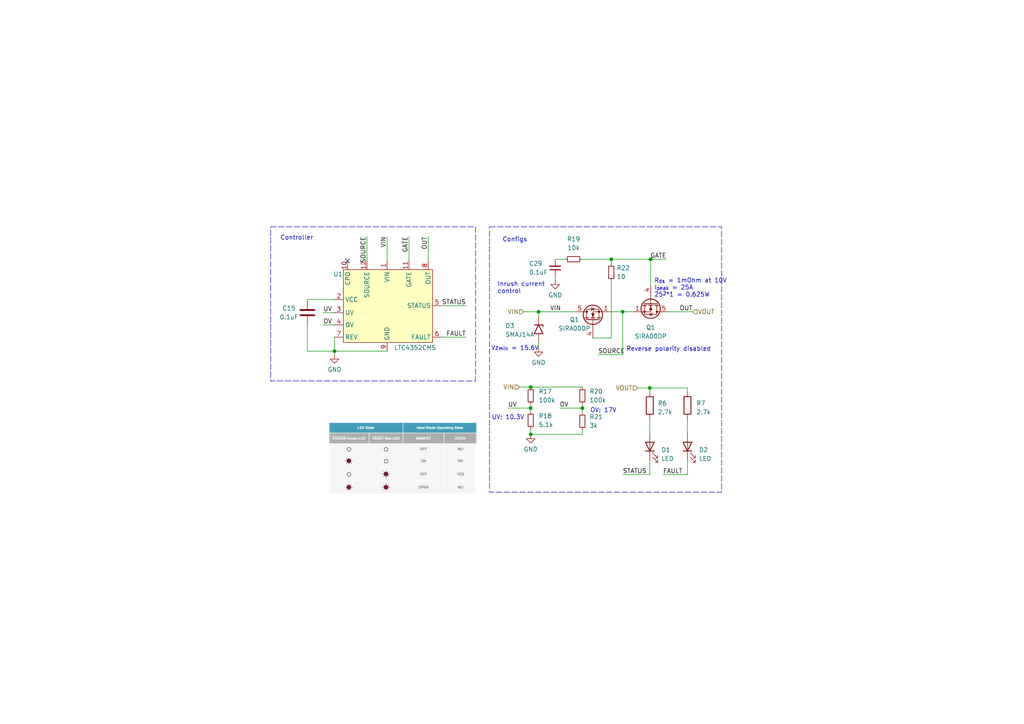
<source format=kicad_sch>
(kicad_sch (version 20230819) (generator eeschema)
  (paper "A4")
  (title_block (title "Power Board") (date "2023-11-27") (rev "V2.0") (company "MUREX Robotics [Max Liu]") (comment 1 "// INNOVATION IS OUR OBSESSION.") (comment 2 "// THINK DIFFERENT, THINK MUREX.") (comment 3 "module designed for ROV applications and other 12V/5V/3.3V DC systems.") (comment 4 "The MUREX Power Board is the world's smallest open-source dual output, high power"))
  (lib_symbols
    (symbol "Device:C" (pin_numbers hide) (pin_names (offset 0.254))
      (property "Reference" "C" (at 0.635 2.54 0))
      (property "Value" "C" (at 0.635 -2.54 0))
      (symbol "C_0_1"
        (polyline (pts (xy -2.032 -0.762) (xy 2.032 -0.762)) (stroke (width 0.508)))
        (polyline (pts (xy -2.032 0.762) (xy 2.032 0.762)) (stroke (width 0.508)))
      )
      (symbol "C_1_1"
        (pin passive line (at 0 3.81 270) (length 2.794) (name "~") (number "1"))
        (pin passive line (at 0 -3.81 90) (length 2.794) (name "~") (number "2"))
      )
    )
    (symbol "Device:C_Small" (pin_numbers hide) (pin_names (offset 0.254) hide)
      (property "Reference" "C" (at 0.254 1.778 0))
      (property "Value" "C_Small" (at 0.254 -2.032 0))
      (symbol "C_Small_0_1"
        (polyline (pts (xy -1.524 -0.508) (xy 1.524 -0.508)) (stroke (width 0.3302)))
        (polyline (pts (xy -1.524 0.508) (xy 1.524 0.508)) (stroke (width 0.3048)))
      )
      (symbol "C_Small_1_1"
        (pin passive line (at 0 2.54 270) (length 2.032) (name "~") (number "1"))
        (pin passive line (at 0 -2.54 90) (length 2.032) (name "~") (number "2"))
      )
    )
    (symbol "Device:LED" (pin_numbers hide) (pin_names (offset 1.016) hide)
      (property "Reference" "D" (at 0 2.54 0))
      (property "Value" "LED" (at 0 -2.54 0))
      (symbol "LED_0_1"
        (polyline (pts (xy -1.27 -1.27) (xy -1.27 1.27)) (stroke (width 0.254)))
        (polyline (pts (xy -1.27 0) (xy 1.27 0)))
        (polyline (pts (xy 1.27 -1.27) (xy 1.27 1.27) (xy -1.27 0) (xy 1.27 -1.27)) (stroke (width 0.254)))
        (polyline (pts (xy -3.048 -0.762) (xy -4.572 -2.286) (xy -3.81 -2.286) (xy -4.572 -2.286) (xy -4.572 -1.524)))
        (polyline (pts (xy -1.778 -0.762) (xy -3.302 -2.286) (xy -2.54 -2.286) (xy -3.302 -2.286) (xy -3.302 -1.524)))
      )
      (symbol "LED_1_1"
        (pin passive line (at -3.81 0 0) (length 2.54) (name "K") (number "1"))
        (pin passive line (at 3.81 0 180) (length 2.54) (name "A") (number "2"))
      )
    )
    (symbol "Device:R" (pin_numbers hide) (pin_names (offset 0))
      (property "Reference" "R" (at 2.032 0 90))
      (property "Value" "R" (at 0 0 90))
      (symbol "R_0_1"
        (rectangle (start -1.016 -2.54) (end 1.016 2.54) (stroke (width 0.254)))
      )
      (symbol "R_1_1"
        (pin passive line (at 0 3.81 270) (length 1.27) (name "~") (number "1"))
        (pin passive line (at 0 -3.81 90) (length 1.27) (name "~") (number "2"))
      )
    )
    (symbol "Device:R_Small" (pin_numbers hide) (pin_names (offset 0.254) hide)
      (property "Reference" "R" (at 0.762 0.508 0))
      (property "Value" "R_Small" (at 0.762 -1.016 0))
      (symbol "R_Small_0_1"
        (rectangle (start -0.762 1.778) (end 0.762 -1.778) (stroke (width 0.2032)))
      )
      (symbol "R_Small_1_1"
        (pin passive line (at 0 2.54 270) (length 0.762) (name "~") (number "1"))
        (pin passive line (at 0 -2.54 90) (length 0.762) (name "~") (number "2"))
      )
    )
    (symbol "Diode:SMAJ17A" (pin_numbers hide) (pin_names (offset 1.016) hide)
      (property "Reference" "D" (at 0 2.54 0))
      (property "Value" "SMAJ17A" (at 0 -2.54 0))
      (symbol "SMAJ17A_0_1"
        (polyline (pts (xy -0.762 1.27) (xy -1.27 1.27) (xy -1.27 -1.27)) (stroke (width 0.254)))
        (polyline (pts (xy 1.27 1.27) (xy 1.27 -1.27) (xy -1.27 0) (xy 1.27 1.27)) (stroke (width 0.254)))
      )
      (symbol "SMAJ17A_1_1"
        (pin passive line (at -3.81 0 0) (length 2.54) (name "A1") (number "1"))
        (pin passive line (at 3.81 0 180) (length 2.54) (name "A2") (number "2"))
      )
    )
    (symbol "Transistor_FET:Si7336ADP" (pin_names hide)
      (property "Reference" "Q" (at 5.08 1.905 0))
      (property "Value" "Si7336ADP" (at 5.08 0 0))
      (symbol "Si7336ADP_0_1"
        (polyline (pts (xy 0.254 0) (xy -2.54 0)))
        (polyline (pts (xy 0.254 1.905) (xy 0.254 -1.905)) (stroke (width 0.254)))
        (polyline (pts (xy 0.762 -1.27) (xy 0.762 -2.286)) (stroke (width 0.254)))
        (polyline (pts (xy 0.762 0.508) (xy 0.762 -0.508)) (stroke (width 0.254)))
        (polyline (pts (xy 0.762 2.286) (xy 0.762 1.27)) (stroke (width 0.254)))
        (polyline (pts (xy 2.54 2.54) (xy 2.54 1.778)))
        (polyline (pts (xy 2.54 -2.54) (xy 2.54 0) (xy 0.762 0)))
        (polyline (pts (xy 0.762 -1.778) (xy 3.302 -1.778) (xy 3.302 1.778) (xy 0.762 1.778)))
        (polyline (pts (xy 1.016 0) (xy 2.032 0.381) (xy 2.032 -0.381) (xy 1.016 0)) (fill (type outline)))
        (polyline (pts (xy 2.794 0.508) (xy 2.921 0.381) (xy 3.683 0.381) (xy 3.81 0.254)))
        (polyline (pts (xy 3.302 0.381) (xy 2.921 -0.254) (xy 3.683 -0.254) (xy 3.302 0.381)))
        (circle (center 1.651 0) (radius 2.794) (stroke (width 0.254)))
        (circle (center 2.54 -1.778) (radius 0.254) (fill (type outline)))
        (circle (center 2.54 1.778) (radius 0.254) (fill (type outline)))
      )
      (symbol "Si7336ADP_1_1"
        (pin passive line (at 2.54 -5.08 90) (length 2.54) (name "S") (number "1"))
        (pin passive line (at 2.54 -5.08 90) (length 2.54) hide (name "S") (number "2"))
        (pin passive line (at 2.54 -5.08 90) (length 2.54) hide (name "S") (number "3"))
        (pin input line (at -5.08 0 0) (length 2.54) (name "G") (number "4"))
        (pin passive line (at 2.54 5.08 270) (length 2.54) (name "D") (number "5"))
      )
    )
    (symbol "ltc4352cms:LTC4352CMS"
      (property "Reference" "U" (at -12.192 -11.938 0))
      (property "Value" "LTC4352CMS" (at 9.906 -12.192 0))
      (symbol "LTC4352CMS_1_1"
        (rectangle (start -12.7 10.668) (end 13.208 -10.414) (fill (type background)))
        (pin power_in line (at 0 13.208 270) (length 2.54) (name "VIN") (number "1"))
        (pin input line (at -11.43 13.208 270) (length 2.54) (name "CPO") (number "10"))
        (pin output line (at 6.35 13.208 270) (length 2.54) (name "GATE") (number "11"))
        (pin input line (at -5.842 13.208 270) (length 2.54) (name "SOURCE") (number "12"))
        (pin power_in line (at -15.24 2.032 0) (length 2.54) (name "VCC") (number "2"))
        (pin power_in line (at -15.24 -1.778 0) (length 2.54) (name "UV") (number "3"))
        (pin power_in line (at -15.24 -5.334 0) (length 2.54) (name "OV") (number "4"))
        (pin output line (at 15.748 0.254 180) (length 2.54) (name "STATUS") (number "5"))
        (pin output line (at 15.748 -8.89 180) (length 2.54) (name "FAULT") (number "6"))
        (pin input line (at -15.24 -8.89 0) (length 2.54) (name "REV") (number "7"))
        (pin output line (at 11.938 13.208 270) (length 2.54) (name "OUT") (number "8"))
        (pin power_in line (at 0 -12.954 90) (length 2.54) (name "GND") (number "9"))
      )
    )
    (symbol "power:GND" (power) (pin_names (offset 0))
      (property "Value" "GND" (at 0 -3.81 0))
      (symbol "GND_0_1"
        (polyline (pts (xy 0 0) (xy 0 -1.27) (xy 1.27 -1.27) (xy 0 -2.54) (xy -1.27 -1.27) (xy 0 -1.27)))
      )
      (symbol "GND_1_1"
        (pin power_in line (at 0 0 270) (length 0) hide (name "GND") (number "1"))
      )
    )
  )
  (junction (at 177.292 75.184))
  (junction (at 180.594 90.424))
  (junction (at 188.722 75.184))
  (junction (at 153.924 125.984))
  (junction (at 153.924 118.364))
  (junction (at 168.91 118.364))
  (junction (at 188.468 112.522))
  (junction (at 97.028 101.854))
  (junction (at 156.21 90.424))
  (junction (at 153.924 112.268))
  (no_connect (at 100.838 75.692))
  (wire (pts (xy 89.154 86.868) (xy 97.028 86.868)))
  (wire (pts (xy 173.482 102.87) (xy 180.594 102.87)))
  (wire (pts (xy 177.292 75.184) (xy 188.722 75.184)))
  (wire (pts (xy 93.726 94.234) (xy 97.028 94.234)))
  (wire (pts (xy 168.91 117.348) (xy 168.91 118.364)))
  (wire (pts (xy 112.268 68.58) (xy 112.268 75.692)))
  (wire (pts (xy 89.154 94.488) (xy 89.154 101.854)))
  (wire (pts (xy 188.468 112.522) (xy 199.39 112.522)))
  (wire (pts (xy 112.268 101.854) (xy 97.028 101.854)))
  (wire (pts (xy 118.618 68.58) (xy 118.618 75.692)))
  (wire (pts (xy 177.292 81.534) (xy 177.292 98.044)))
  (wire (pts (xy 135.128 88.646) (xy 128.016 88.646)))
  (wire (pts (xy 199.39 133.35) (xy 199.39 137.668)))
  (wire (pts (xy 199.39 112.522) (xy 199.39 113.792)))
  (wire (pts (xy 161.036 75.184) (xy 163.83 75.184)))
  (wire (pts (xy 97.028 97.79) (xy 97.028 101.854)))
  (wire (pts (xy 177.038 90.424) (xy 180.594 90.424)))
  (wire (pts (xy 135.128 97.79) (xy 128.016 97.79)))
  (wire (pts (xy 188.722 75.184) (xy 193.294 75.184)))
  (wire (pts (xy 93.726 90.678) (xy 97.028 90.678)))
  (wire (pts (xy 180.594 137.668) (xy 188.468 137.668)))
  (wire (pts (xy 188.722 82.804) (xy 188.722 75.184)))
  (wire (pts (xy 147.32 118.364) (xy 153.924 118.364)))
  (wire (pts (xy 188.468 133.35) (xy 188.468 137.668)))
  (wire (pts (xy 153.924 117.348) (xy 153.924 118.364)))
  (wire (pts (xy 89.154 101.854) (xy 97.028 101.854)))
  (wire (pts (xy 168.91 124.714) (xy 168.91 125.984)))
  (wire (pts (xy 162.306 118.364) (xy 168.91 118.364)))
  (wire (pts (xy 168.91 75.184) (xy 177.292 75.184)))
  (wire (pts (xy 156.21 90.424) (xy 156.21 91.694)))
  (wire (pts (xy 199.39 121.412) (xy 199.39 125.73)))
  (wire (pts (xy 161.036 80.264) (xy 161.036 81.28)))
  (wire (pts (xy 188.468 112.522) (xy 188.468 113.792)))
  (wire (pts (xy 156.21 90.424) (xy 166.878 90.424)))
  (wire (pts (xy 184.912 112.522) (xy 188.468 112.522)))
  (wire (pts (xy 192.278 137.668) (xy 199.39 137.668)))
  (wire (pts (xy 156.21 99.314) (xy 156.21 100.838)))
  (wire (pts (xy 168.91 118.364) (xy 168.91 119.634)))
  (wire (pts (xy 171.958 98.044) (xy 177.292 98.044)))
  (wire (pts (xy 200.914 90.424) (xy 193.802 90.424)))
  (wire (pts (xy 188.468 121.412) (xy 188.468 125.73)))
  (wire (pts (xy 180.594 90.424) (xy 183.642 90.424)))
  (wire (pts (xy 150.622 112.268) (xy 153.924 112.268)))
  (wire (pts (xy 177.292 75.184) (xy 177.292 76.454)))
  (wire (pts (xy 124.206 68.58) (xy 124.206 75.692)))
  (wire (pts (xy 153.924 112.268) (xy 168.91 112.268)))
  (wire (pts (xy 153.924 118.364) (xy 153.924 119.38)))
  (wire (pts (xy 97.028 101.854) (xy 97.028 102.87)))
  (wire (pts (xy 180.594 102.87) (xy 180.594 90.424)))
  (wire (pts (xy 106.426 68.58) (xy 106.426 75.692)))
  (wire (pts (xy 151.892 90.424) (xy 156.21 90.424)))
  (wire (pts (xy 153.924 124.46) (xy 153.924 125.984)))
  (wire (pts (xy 168.91 125.984) (xy 153.924 125.984)))
  (rectangle (start 141.986 65.786) (end 209.296 142.748) (stroke (width 0) (type dash)))
  (rectangle (start 78.486 65.786) (end 137.922 110.49) (stroke (width 0) (type dash)))
  (image (at 116.84 132.842) (scale 0.190144))
  (text "Configs" (at 149.352 69.596 0) (effects (font (size 1.27 1.27))))
  (text "Reverse polarity disabled" (at 181.61 101.346 0) (effects (font (size 1.27 1.27)) (justify left)))
  (text "Inrush current \ncontrol" (at 144.272 83.566 0) (effects (font (size 1.27 1.27)) (justify left)))
  (text "UV: 10.3V" (at 147.32 121.158 0) (effects (font (size 1.27 1.27))))
  (text "OV: 17V" (at 175.006 119.126 0) (effects (font (size 1.27 1.27))))
  (text "R_{ds} = 1mOhm at 10V\nI_{peak} = 25A\n25^{2}*1 = 0.625W" (at 189.738 83.566 0) (effects (font (size 1.27 1.27)) (justify left)))
  (text "Vz_{min} = 15.6V" (at 149.352 101.092 0) (effects (font (size 1.27 1.27))))
  (text "Controller" (at 86.106 69.088 0) (effects (font (size 1.27 1.27))))
  (label "STATUS" (at 180.594 137.668 0))
  (label "OV" (at 93.726 94.234 0))
  (label "UV" (at 93.726 90.678 0))
  (label "GATE" (at 193.294 75.184 180))
  (label "FAULT" (at 135.128 97.79 180))
  (label "SOURCE" (at 173.482 102.87 0))
  (label "OV" (at 162.306 118.364 0))
  (label "VIN" (at 112.268 68.58 270))
  (label "STATUS" (at 135.128 88.646 180))
  (label "OUT" (at 124.206 68.58 270))
  (label "FAULT" (at 192.278 137.668 0))
  (label "VIN" (at 159.512 90.424 0))
  (label "UV" (at 147.32 118.364 0))
  (label "OUT" (at 200.914 90.424 180))
  (label "GATE" (at 118.618 68.58 270))
  (label "SOURCE" (at 106.426 68.58 270))
  (hierarchical_label "VIN" (shape input) (at 151.892 90.424 180))
  (hierarchical_label "VIN" (shape input) (at 150.622 112.268 180))
  (hierarchical_label "VOUT" (shape input) (at 184.912 112.522 180))
  (hierarchical_label "VOUT" (shape input) (at 200.914 90.424 0))
  (symbol (lib_id "power:GND") (at 156.21 100.838 0) (unit 1)
    (property "Reference" "#PWR015" (effects hide))
    (property "Value" "GND" (at 156.21 105.156 0))
    (property "Description" "Power symbol creates a global label with name \"GND\" , ground" (effects hide))
    (instances (project "power" (path "" (reference "#PWR015") (unit 1)) (path "" (reference "#PWR031") (unit 1))))
  )
  (symbol (lib_id "Device:R_Small") (at 168.91 122.174 0) (unit 1)
    (property "Reference" "R21" (at 170.942 120.904 0) (effects (justify left)))
    (property "Value" "3k" (at 170.942 123.444 0) (effects (justify left)))
    (property "Footprint" "Resistor_SMD:R_0603_1608Metric" (effects hide))
    (property "Description" "Resistor, small symbol" (effects hide))
  )
  (symbol (lib_id "Diode:SMAJ17A") (at 156.21 95.504 270) (unit 1)
    (property "Reference" "D3" (at 146.558 94.488 90) (effects (justify left)))
    (property "Value" "SMAJ14A" (at 146.558 97.028 90) (effects (justify left)))
    (property "Footprint" "Diode_SMD:D_SMA" (effects hide))
    (property "Datasheet" "https://www.littelfuse.com/media?resourcetype=datasheets&itemid=75e32973-b177-4ee3-a0ff-cedaf1abdb93&filename=smaj-datasheet" (effects hide))
    (property "Description" "400W unidirectional Transient Voltage Suppressor, 17.0Vr, SMA(DO-214AC)" (effects hide))
  )
  (symbol (lib_id "Transistor_FET:Si7336ADP") (at 188.722 87.884 270) (unit 1)
    (property "Reference" "Q1" (at 188.722 94.996 90))
    (property "Value" "SIRA00DP" (at 188.722 97.536 90))
    (property "Footprint" "Package_SO:PowerPAK_SO-8_Single" (effects hide))
    (property "Datasheet" "https://www.vishay.com/docs/73152/si7336adp.pdf" (effects hide))
    (property "Description" "30A Id, 30V Vds, 2.4mOhm Ron, PowerPAK-8" (effects hide))
    (instances (project "power" (path "" (reference "Q1") (unit 1)) (path "" (reference "Q2") (unit 1))))
  )
  (symbol (lib_id "Device:R") (at 199.39 117.602 0) (unit 1)
    (property "Reference" "R7" (at 201.93 116.967 0) (effects (justify left)))
    (property "Value" "2.7k" (at 201.93 119.507 0) (effects (justify left)))
    (property "Footprint" "Resistor_SMD:R_0603_1608Metric" (effects hide))
    (property "Description" "Resistor" (effects hide))
    (instances (project "power" (path "" (reference "R7") (unit 1)) (path "" (reference "R24") (unit 1))))
  )
  (symbol (lib_id "Device:LED") (at 199.39 129.54 90) (unit 1)
    (property "Reference" "D2" (at 202.692 130.4925 90) (effects (justify right)))
    (property "Value" "LED" (at 202.692 133.0325 90) (effects (justify right)))
    (property "Footprint" "LED_SMD:LED_0603_1608Metric" (effects hide))
    (property "Description" "Light emitting diode" (effects hide))
    (instances (project "power" (path "" (reference "D2") (unit 1)) (path "" (reference "D5") (unit 1))))
  )
  (symbol (lib_id "Device:C_Small") (at 161.036 77.724 180) (unit 1)
    (property "Reference" "C29" (at 153.416 76.454 0) (effects (justify right)))
    (property "Value" "0.1uF" (at 153.416 78.994 0) (effects (justify right)))
    (property "Footprint" "Capacitor_SMD:C_0603_1608Metric" (effects hide))
    (property "Description" "Unpolarized capacitor, small symbol" (effects hide))
  )
  (symbol (lib_id "Device:R_Small") (at 166.37 75.184 270) (unit 1)
    (property "Reference" "R19" (at 166.37 69.342 90))
    (property "Value" "10k" (at 166.37 71.882 90))
    (property "Footprint" "Resistor_SMD:R_0603_1608Metric" (effects hide))
    (property "Description" "Resistor, small symbol" (effects hide))
  )
  (symbol (lib_id "Transistor_FET:Si7336ADP") (at 171.958 92.964 90) (unit 1)
    (property "Reference" "Q1" (at 166.624 92.71 90))
    (property "Value" "SIRA00DP" (at 166.624 95.25 90))
    (property "Footprint" "Package_SO:PowerPAK_SO-8_Single" (effects hide))
    (property "Datasheet" "https://www.vishay.com/docs/73152/si7336adp.pdf" (effects hide))
    (property "Description" "30A Id, 30V Vds, 2.4mOhm Ron, PowerPAK-8" (effects hide))
  )
  (symbol (lib_id "power:GND") (at 153.924 125.984 0) (unit 1)
    (property "Reference" "#PWR014" (effects hide))
    (property "Value" "GND" (at 153.924 130.302 0))
    (property "Description" "Power symbol creates a global label with name \"GND\" , ground" (effects hide))
    (instances (project "power" (path "" (reference "#PWR014") (unit 1)) (path "" (reference "#PWR030") (unit 1))))
  )
  (symbol (lib_id "power:GND") (at 97.028 102.87 0) (unit 1)
    (property "Reference" "#PWR014" (effects hide))
    (property "Value" "GND" (at 97.028 107.188 0))
    (property "Description" "Power symbol creates a global label with name \"GND\" , ground" (effects hide))
    (instances (project "power" (path "" (reference "#PWR014") (unit 1)) (path "" (reference "#PWR029") (unit 1))))
  )
  (symbol (lib_id "Device:LED") (at 188.468 129.54 90) (unit 1)
    (property "Reference" "D1" (at 191.77 130.4925 90) (effects (justify right)))
    (property "Value" "LED" (at 191.77 133.0325 90) (effects (justify right)))
    (property "Footprint" "LED_SMD:LED_0603_1608Metric" (effects hide))
    (property "Description" "Light emitting diode" (effects hide))
    (instances (project "power" (path "" (reference "D1") (unit 1)) (path "" (reference "D4") (unit 1))))
  )
  (symbol (lib_id "power:GND") (at 161.036 81.28 0) (unit 1)
    (property "Reference" "#PWR015" (effects hide))
    (property "Value" "GND" (at 161.036 85.598 0))
    (property "Description" "Power symbol creates a global label with name \"GND\" , ground" (effects hide))
    (instances (project "power" (path "" (reference "#PWR015") (unit 1)) (path "" (reference "#PWR032") (unit 1))))
  )
  (symbol (lib_id "Device:R") (at 188.468 117.602 0) (unit 1)
    (property "Reference" "R6" (at 190.754 116.967 0) (effects (justify left)))
    (property "Value" "2.7k" (at 190.754 119.507 0) (effects (justify left)))
    (property "Footprint" "Resistor_SMD:R_0603_1608Metric" (effects hide))
    (property "Description" "Resistor" (effects hide))
    (instances (project "power" (path "" (reference "R6") (unit 1)) (path "" (reference "R23") (unit 1))))
  )
  (symbol (lib_id "Device:C") (at 89.154 90.678 180) (unit 1)
    (property "Reference" "C15" (at 83.82 89.408 0))
    (property "Value" "0.1uF" (at 83.82 91.948 0))
    (property "Footprint" "Capacitor_SMD:C_0603_1608Metric" (effects hide))
    (property "Description" "Unpolarized capacitor" (effects hide))
    (instances (project "power" (path "" (reference "C15") (unit 1)) (path "" (reference "C28") (unit 1))))
  )
  (symbol (lib_id "Device:R_Small") (at 153.924 121.92 0) (unit 1)
    (property "Reference" "R18" (at 156.21 120.65 0) (effects (justify left)))
    (property "Value" "5.1k" (at 156.21 123.19 0) (effects (justify left)))
    (property "Footprint" "Resistor_SMD:R_0603_1608Metric" (effects hide))
    (property "Description" "Resistor, small symbol" (effects hide))
  )
  (symbol (lib_id "Device:R_Small") (at 177.292 78.994 0) (unit 1)
    (property "Reference" "R22" (at 178.816 77.724 0) (effects (justify left)))
    (property "Value" "10" (at 178.816 80.264 0) (effects (justify left)))
    (property "Footprint" "Resistor_SMD:R_0603_1608Metric" (effects hide))
    (property "Description" "Resistor, small symbol" (effects hide))
  )
  (symbol (lib_id "Device:R_Small") (at 168.91 114.808 0) (unit 1)
    (property "Reference" "R20" (at 170.942 113.538 0) (effects (justify left)))
    (property "Value" "100k" (at 170.942 116.078 0) (effects (justify left)))
    (property "Footprint" "Resistor_SMD:R_0603_1608Metric" (effects hide))
    (property "Description" "Resistor, small symbol" (effects hide))
  )
  (symbol (lib_id "Device:R_Small") (at 153.924 114.808 0) (unit 1)
    (property "Reference" "R17" (at 156.21 113.538 0) (effects (justify left)))
    (property "Value" "100k" (at 156.21 116.078 0) (effects (justify left)))
    (property "Footprint" "Resistor_SMD:R_0603_1608Metric" (effects hide))
    (property "Description" "Resistor, small symbol" (effects hide))
  )
  (symbol (lib_id "ltc4352cms:LTC4352CMS") (at 112.268 88.9 0) (unit 1)
    (property "Reference" "U1" (at 98.044 79.502 0))
    (property "Value" "LTC4352CMS" (at 120.396 100.838 0))
    (property "Footprint" "Power:SOP65P490X110-12N" (effects hide))
    (instances (project "power" (path "" (reference "U1") (unit 1)) (path "" (reference "U3") (unit 1))))
  )
)
</source>
